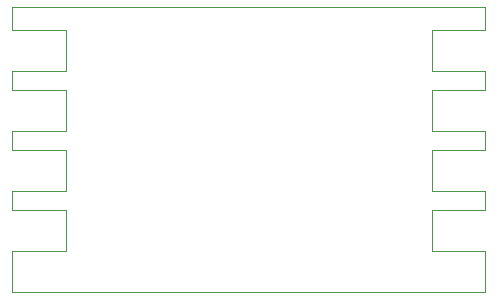
<source format=gbr>
G04 #@! TF.GenerationSoftware,KiCad,Pcbnew,5.1.4*
G04 #@! TF.CreationDate,2023-03-01T06:14:34-07:00*
G04 #@! TF.ProjectId,sleigh,736c6569-6768-42e6-9b69-6361645f7063,rev?*
G04 #@! TF.SameCoordinates,Original*
G04 #@! TF.FileFunction,Profile,NP*
%FSLAX46Y46*%
G04 Gerber Fmt 4.6, Leading zero omitted, Abs format (unit mm)*
G04 Created by KiCad (PCBNEW 5.1.4) date 2023-03-01 06:14:34*
%MOMM*%
%LPD*%
G04 APERTURE LIST*
%ADD10C,0.050000*%
%ADD11C,0.100000*%
G04 APERTURE END LIST*
D10*
X172406000Y-86118000D02*
X172406000Y-87698000D01*
X172406000Y-81038000D02*
X172406000Y-82618000D01*
X172406000Y-75958000D02*
X172406000Y-77538000D01*
X172406000Y-72458000D02*
X172406000Y-70500000D01*
X132394000Y-86118000D02*
X132394000Y-87698000D01*
X132394000Y-81030000D02*
X132394000Y-82618000D01*
X132394000Y-75950000D02*
X132394000Y-77530000D01*
X132394000Y-72450000D02*
X132394000Y-70500000D01*
X132394000Y-94600000D02*
X132394000Y-91198000D01*
X172406000Y-91198000D02*
X172406000Y-94600000D01*
X132394000Y-70500000D02*
X172406000Y-70500000D01*
X132394000Y-94600000D02*
X172406000Y-94600000D01*
D11*
X172406000Y-87698000D02*
X167906000Y-87698000D01*
X167906000Y-87698000D02*
X167906000Y-91198000D01*
X167906000Y-91198000D02*
X172406000Y-91198000D01*
X172406000Y-82618000D02*
X167906000Y-82618000D01*
X167906000Y-82618000D02*
X167906000Y-86118000D01*
X167906000Y-86118000D02*
X172406000Y-86118000D01*
X172406000Y-77538000D02*
X167906000Y-77538000D01*
X167906000Y-77538000D02*
X167906000Y-81038000D01*
X167906000Y-81038000D02*
X172406000Y-81038000D01*
X172406000Y-72458000D02*
X167906000Y-72458000D01*
X167906000Y-72458000D02*
X167906000Y-75958000D01*
X167906000Y-75958000D02*
X172406000Y-75958000D01*
X132394000Y-75950000D02*
X136894000Y-75950000D01*
X136894000Y-75950000D02*
X136894000Y-72450000D01*
X136894000Y-72450000D02*
X132394000Y-72450000D01*
X132394000Y-81030000D02*
X136894000Y-81030000D01*
X136894000Y-81030000D02*
X136894000Y-77530000D01*
X136894000Y-77530000D02*
X132394000Y-77530000D01*
X132394000Y-86118000D02*
X136894000Y-86118000D01*
X136894000Y-86118000D02*
X136894000Y-82618000D01*
X136894000Y-82618000D02*
X132394000Y-82618000D01*
X132394000Y-91198000D02*
X136894000Y-91198000D01*
X136894000Y-91198000D02*
X136894000Y-87698000D01*
X136894000Y-87698000D02*
X132394000Y-87698000D01*
M02*

</source>
